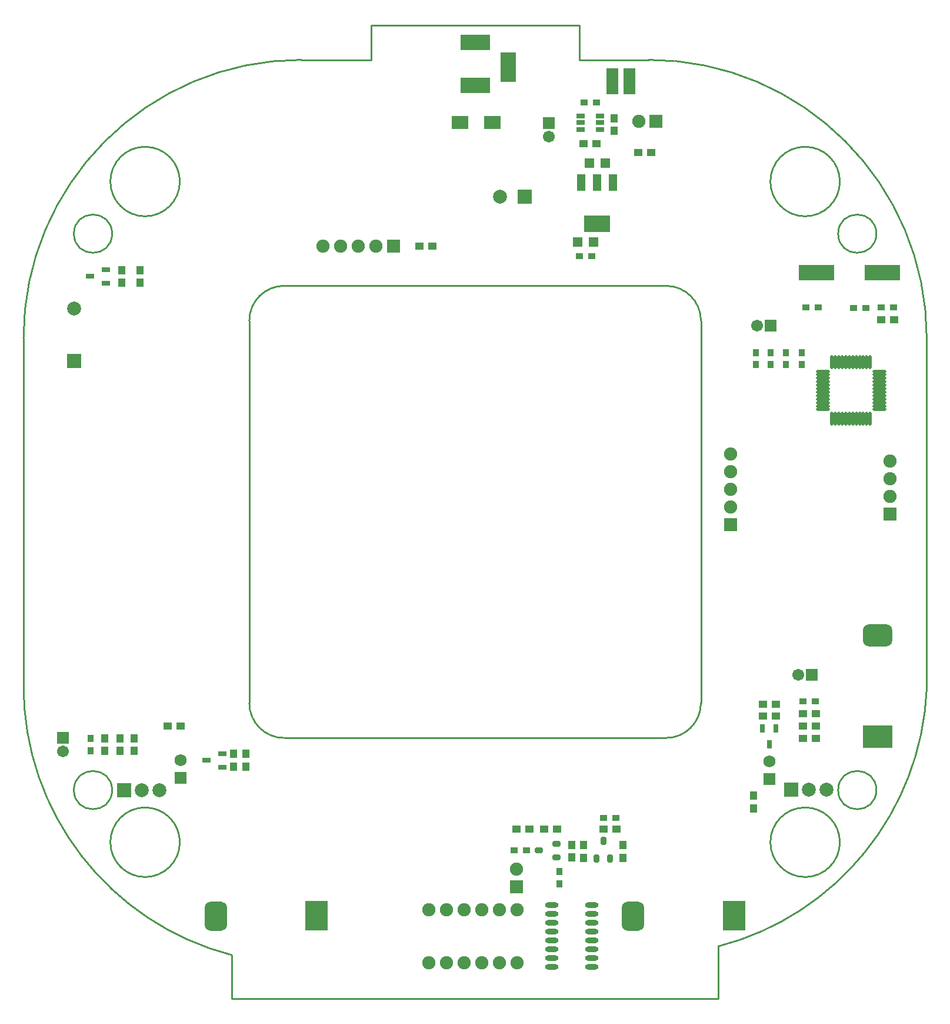
<source format=gbs>
G04*
G04 #@! TF.GenerationSoftware,Altium Limited,Altium Designer,18.1.8 (232)*
G04*
G04 Layer_Color=16711935*
%FSLAX25Y25*%
%MOIN*%
G70*
G01*
G75*
%ADD10C,0.01000*%
%ADD23R,0.04300X0.03800*%
%ADD24R,0.03800X0.04300*%
%ADD25R,0.03950X0.04800*%
%ADD27R,0.04800X0.03950*%
%ADD29R,0.07887X0.07887*%
%ADD30C,0.07887*%
%ADD31C,0.07493*%
%ADD32R,0.07493X0.07493*%
%ADD33R,0.07887X0.07887*%
%ADD34C,0.07887*%
%ADD35C,0.06706*%
%ADD36R,0.06706X0.06706*%
%ADD37R,0.16548X0.12611*%
G04:AMPARAMS|DCode=38|XSize=126.11mil|YSize=165.48mil|CornerRadius=33.53mil|HoleSize=0mil|Usage=FLASHONLY|Rotation=270.000|XOffset=0mil|YOffset=0mil|HoleType=Round|Shape=RoundedRectangle|*
%AMROUNDEDRECTD38*
21,1,0.12611,0.09843,0,0,270.0*
21,1,0.05906,0.16548,0,0,270.0*
1,1,0.06706,-0.04921,-0.02953*
1,1,0.06706,-0.04921,0.02953*
1,1,0.06706,0.04921,0.02953*
1,1,0.06706,0.04921,-0.02953*
%
%ADD38ROUNDEDRECTD38*%
%ADD39R,0.12611X0.16548*%
G04:AMPARAMS|DCode=40|XSize=126.11mil|YSize=165.48mil|CornerRadius=33.53mil|HoleSize=0mil|Usage=FLASHONLY|Rotation=0.000|XOffset=0mil|YOffset=0mil|HoleType=Round|Shape=RoundedRectangle|*
%AMROUNDEDRECTD40*
21,1,0.12611,0.09843,0,0,0.0*
21,1,0.05906,0.16548,0,0,0.0*
1,1,0.06706,0.02953,-0.04921*
1,1,0.06706,-0.02953,-0.04921*
1,1,0.06706,-0.02953,0.04921*
1,1,0.06706,0.02953,0.04921*
%
%ADD40ROUNDEDRECTD40*%
%ADD41C,0.06800*%
%ADD42R,0.06800X0.06800*%
%ADD43R,0.07493X0.07493*%
%ADD44R,0.06706X0.06706*%
%ADD45R,0.07887X0.07887*%
%ADD46R,0.08674X0.16548*%
%ADD47R,0.16548X0.08674*%
G04:AMPARAMS|DCode=84|XSize=31.62mil|YSize=47.37mil|CornerRadius=9.91mil|HoleSize=0mil|Usage=FLASHONLY|Rotation=90.000|XOffset=0mil|YOffset=0mil|HoleType=Round|Shape=RoundedRectangle|*
%AMROUNDEDRECTD84*
21,1,0.03162,0.02756,0,0,90.0*
21,1,0.01181,0.04737,0,0,90.0*
1,1,0.01981,0.01378,0.00591*
1,1,0.01981,0.01378,-0.00591*
1,1,0.01981,-0.01378,-0.00591*
1,1,0.01981,-0.01378,0.00591*
%
%ADD84ROUNDEDRECTD84*%
G04:AMPARAMS|DCode=85|XSize=31.62mil|YSize=47.37mil|CornerRadius=9.91mil|HoleSize=0mil|Usage=FLASHONLY|Rotation=0.000|XOffset=0mil|YOffset=0mil|HoleType=Round|Shape=RoundedRectangle|*
%AMROUNDEDRECTD85*
21,1,0.03162,0.02756,0,0,0.0*
21,1,0.01181,0.04737,0,0,0.0*
1,1,0.01981,0.00591,-0.01378*
1,1,0.01981,-0.00591,-0.01378*
1,1,0.01981,-0.00591,0.01378*
1,1,0.01981,0.00591,0.01378*
%
%ADD85ROUNDEDRECTD85*%
%ADD86O,0.07670X0.03005*%
%ADD87R,0.04737X0.02572*%
%ADD88R,0.20485X0.08674*%
%ADD89R,0.02572X0.04737*%
%ADD90O,0.01981X0.07887*%
%ADD91O,0.07887X0.01981*%
%ADD92R,0.09461X0.07690*%
%ADD93R,0.04737X0.09461*%
%ADD94R,0.14580X0.09461*%
%ADD95R,0.07099X0.14580*%
%ADD96R,0.04737X0.02965*%
%ADD97R,0.05800X0.05800*%
D10*
X275737Y29679D02*
G03*
X393701Y175365I-39370J152480D01*
G01*
X-118110Y177165D02*
G03*
X0Y24686I157480J0D01*
G01*
X344488Y88583D02*
G03*
X344488Y88583I-19685J0D01*
G01*
X365158Y433071D02*
G03*
X365158Y433071I-10827J0D01*
G01*
X393701Y374016D02*
G03*
X236221Y531496I-157480J0D01*
G01*
X344488Y462598D02*
G03*
X344488Y462598I-19685J0D01*
G01*
X365158Y118110D02*
G03*
X365158Y118110I-10827J0D01*
G01*
X-67913D02*
G03*
X-67913Y118110I-10827J0D01*
G01*
X39370Y531496D02*
G03*
X-118110Y374016I0J-157480D01*
G01*
X-67913Y433071D02*
G03*
X-67913Y433071I-10827J0D01*
G01*
X-29528Y462598D02*
G03*
X-29528Y462598I-19685J0D01*
G01*
Y88583D02*
G03*
X-29528Y88583I-19685J0D01*
G01*
X29528Y403543D02*
G03*
X9843Y383858I0J-19685D01*
G01*
X265748D02*
G03*
X246063Y403543I-19685J0D01*
G01*
Y147638D02*
G03*
X265748Y167323I0J19685D01*
G01*
X9843D02*
G03*
X29528Y147638I19685J0D01*
G01*
X0Y0D02*
X275590D01*
X0D02*
Y24686D01*
X275590Y0D02*
Y29679D01*
X393701Y175365D02*
X393701Y374016D01*
X-118110Y177165D02*
Y374016D01*
X39370Y531496D02*
X78740D01*
X196850D02*
X236221D01*
X196850D02*
Y551181D01*
X78740Y531496D02*
Y551181D01*
X196850D01*
X9843Y167323D02*
Y383858D01*
X29528Y403543D02*
X246063D01*
X265748Y167323D02*
Y383858D01*
X29528Y147638D02*
X246063D01*
D23*
X166844Y83865D02*
D03*
X159944D02*
D03*
X210544Y102502D02*
D03*
X217444D02*
D03*
X323687Y168365D02*
D03*
X330587D02*
D03*
X352344Y390865D02*
D03*
X359244D02*
D03*
X332236Y391365D02*
D03*
X325336D02*
D03*
X367894D02*
D03*
X374794D02*
D03*
X199544Y507365D02*
D03*
X206444D02*
D03*
X203844Y420365D02*
D03*
X196944D02*
D03*
D24*
X185634Y64965D02*
D03*
Y71865D02*
D03*
X296743Y358865D02*
D03*
Y365765D02*
D03*
X305243Y358865D02*
D03*
Y365765D02*
D03*
X313743Y358865D02*
D03*
Y365765D02*
D03*
X322743Y358865D02*
D03*
Y365765D02*
D03*
X-80081Y140465D02*
D03*
Y147365D02*
D03*
D25*
X192444Y87165D02*
D03*
Y79865D02*
D03*
X199294Y79715D02*
D03*
Y87015D02*
D03*
X221444Y79838D02*
D03*
Y87138D02*
D03*
X944Y138572D02*
D03*
Y131272D02*
D03*
X7944Y138572D02*
D03*
Y131272D02*
D03*
X295444Y115015D02*
D03*
Y107715D02*
D03*
X-72056Y147515D02*
D03*
Y140215D02*
D03*
X-55556Y147515D02*
D03*
Y140215D02*
D03*
X-63556D02*
D03*
Y147515D02*
D03*
X216444Y491215D02*
D03*
Y498515D02*
D03*
X-62556Y412515D02*
D03*
Y405215D02*
D03*
X-52056Y412515D02*
D03*
Y405215D02*
D03*
D27*
X161294Y95865D02*
D03*
X168594D02*
D03*
X210534Y96116D02*
D03*
X217834D02*
D03*
X184094Y95865D02*
D03*
X176794D02*
D03*
X300794Y159865D02*
D03*
X308094D02*
D03*
Y166678D02*
D03*
X300794D02*
D03*
X331023Y161363D02*
D03*
X323723D02*
D03*
X331023Y154365D02*
D03*
X323723D02*
D03*
X331023Y147365D02*
D03*
X323723D02*
D03*
X375094Y384365D02*
D03*
X367794D02*
D03*
X-29160Y154365D02*
D03*
X-36460D02*
D03*
X237594Y479001D02*
D03*
X230294D02*
D03*
X206594Y483865D02*
D03*
X199294D02*
D03*
X113594Y425865D02*
D03*
X106294D02*
D03*
D29*
X317000Y118500D02*
D03*
X-61000Y118000D02*
D03*
D30*
X327000Y118500D02*
D03*
X337000D02*
D03*
X-51000Y118000D02*
D03*
X-41000D02*
D03*
D31*
X111444Y50365D02*
D03*
X121522D02*
D03*
X141522D02*
D03*
X161522D02*
D03*
X141522Y20365D02*
D03*
X121522D02*
D03*
X151522Y50365D02*
D03*
X131522D02*
D03*
X161522Y20365D02*
D03*
X151522D02*
D03*
X131522D02*
D03*
X111444D02*
D03*
X161134Y73286D02*
D03*
X372944Y284365D02*
D03*
Y294365D02*
D03*
Y304365D02*
D03*
X282444Y278365D02*
D03*
Y288365D02*
D03*
Y298365D02*
D03*
Y308365D02*
D03*
X230522Y496786D02*
D03*
X81444Y425865D02*
D03*
X71444D02*
D03*
X61444D02*
D03*
X51444D02*
D03*
D32*
X161134Y63443D02*
D03*
X91444Y425865D02*
D03*
D33*
X165833Y453865D02*
D03*
D34*
X152054D02*
D03*
X-89424Y390783D02*
D03*
D35*
X179444Y487928D02*
D03*
X320758Y183365D02*
D03*
X297507Y380865D02*
D03*
X-95694Y139928D02*
D03*
D36*
X179444Y495802D02*
D03*
X-95694Y147802D02*
D03*
D37*
X365899Y148479D02*
D03*
D38*
X365742Y205566D02*
D03*
D39*
X284444Y46874D02*
D03*
X47944Y46874D02*
D03*
D40*
X227357Y46717D02*
D03*
X-9143Y46717D02*
D03*
D41*
X304444Y134422D02*
D03*
X-29056Y134922D02*
D03*
D42*
X304444Y124422D02*
D03*
X-29056Y124922D02*
D03*
D43*
X372944Y274365D02*
D03*
X282444Y268365D02*
D03*
X240365Y496786D02*
D03*
D44*
X328632Y183365D02*
D03*
X305381Y380865D02*
D03*
D45*
X-89424Y360861D02*
D03*
D46*
X156448Y527495D02*
D03*
D47*
X137944Y541274D02*
D03*
Y516865D02*
D03*
D84*
X183849Y87605D02*
D03*
Y80125D02*
D03*
X174038Y83865D02*
D03*
D85*
X214184Y79459D02*
D03*
X206703D02*
D03*
X210444Y89270D02*
D03*
D86*
X181135Y17865D02*
D03*
Y22865D02*
D03*
Y27865D02*
D03*
Y32865D02*
D03*
Y37865D02*
D03*
Y42865D02*
D03*
Y47865D02*
D03*
Y52865D02*
D03*
X203753Y17865D02*
D03*
Y22865D02*
D03*
Y27865D02*
D03*
Y32865D02*
D03*
Y37865D02*
D03*
Y42865D02*
D03*
Y47865D02*
D03*
Y52865D02*
D03*
D87*
X-14485Y134922D02*
D03*
X-5556Y131182D02*
D03*
Y138662D02*
D03*
X-71556Y412605D02*
D03*
Y405125D02*
D03*
X-80485Y408865D02*
D03*
D88*
X331158Y410865D02*
D03*
X368560D02*
D03*
D89*
X304444Y144050D02*
D03*
X308184Y152979D02*
D03*
X300704D02*
D03*
D90*
X340016Y360400D02*
D03*
X341985D02*
D03*
X343953D02*
D03*
X345922D02*
D03*
X347890D02*
D03*
X349859D02*
D03*
X351827D02*
D03*
X353796D02*
D03*
X355764D02*
D03*
X357733D02*
D03*
X359701D02*
D03*
X361670D02*
D03*
Y328329D02*
D03*
X359701D02*
D03*
X357733D02*
D03*
X355764D02*
D03*
X353796D02*
D03*
X351827D02*
D03*
X349859D02*
D03*
X347890D02*
D03*
X345922D02*
D03*
X343953D02*
D03*
X341985D02*
D03*
X340016D02*
D03*
D91*
X366879Y355192D02*
D03*
Y353223D02*
D03*
Y351255D02*
D03*
Y349286D02*
D03*
Y347318D02*
D03*
Y345349D02*
D03*
Y343381D02*
D03*
Y341412D02*
D03*
Y339444D02*
D03*
Y337475D02*
D03*
Y335507D02*
D03*
Y333538D02*
D03*
X334808D02*
D03*
Y335507D02*
D03*
Y337475D02*
D03*
Y339444D02*
D03*
Y341412D02*
D03*
Y343381D02*
D03*
Y345349D02*
D03*
Y347318D02*
D03*
Y349286D02*
D03*
Y351255D02*
D03*
Y353223D02*
D03*
Y355192D02*
D03*
D92*
X129389Y495947D02*
D03*
X147499D02*
D03*
D93*
X197889Y462176D02*
D03*
X206944D02*
D03*
X215999D02*
D03*
D94*
X206944Y438554D02*
D03*
D95*
X225168Y519365D02*
D03*
X215719D02*
D03*
D96*
X197431Y492125D02*
D03*
Y495864D02*
D03*
Y499604D02*
D03*
X208456D02*
D03*
Y495864D02*
D03*
Y492125D02*
D03*
D97*
X195944Y428365D02*
D03*
X204944D02*
D03*
X202444Y472865D02*
D03*
X211444D02*
D03*
M02*

</source>
